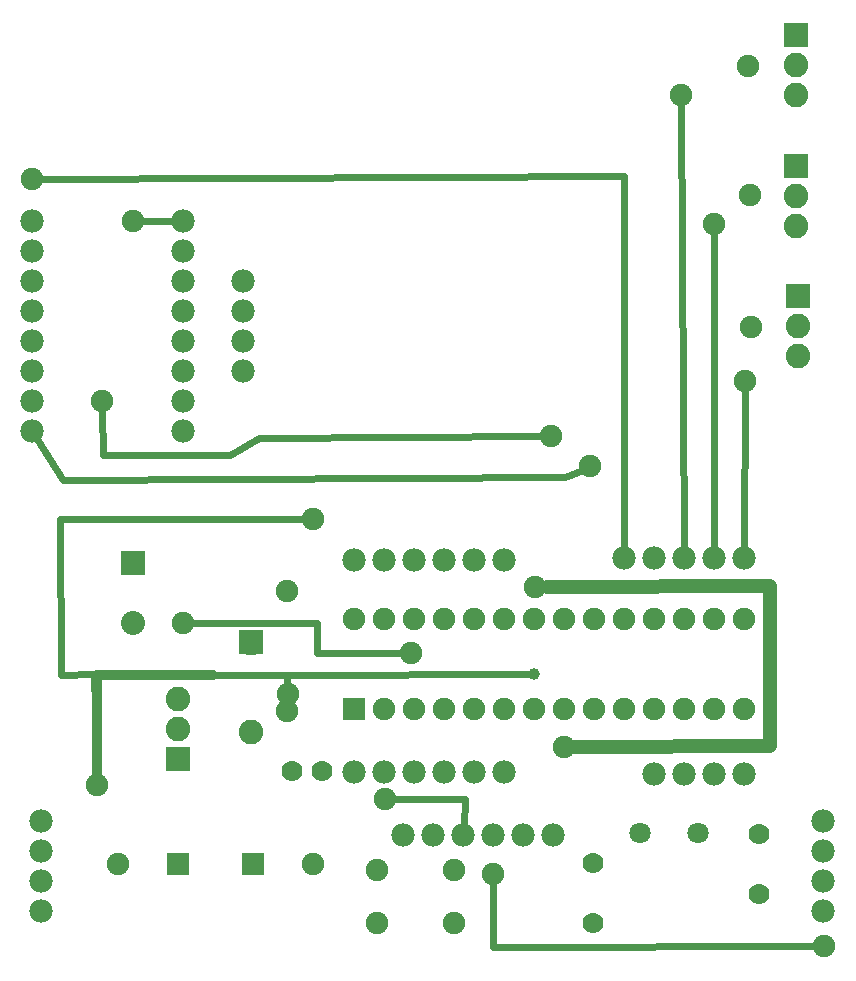
<source format=gtl>
G04 MADE WITH FRITZING*
G04 WWW.FRITZING.ORG*
G04 DOUBLE SIDED*
G04 HOLES PLATED*
G04 CONTOUR ON CENTER OF CONTOUR VECTOR*
%ASAXBY*%
%FSLAX23Y23*%
%MOIN*%
%OFA0B0*%
%SFA1.0B1.0*%
%ADD10C,0.082000*%
%ADD11C,0.075433*%
%ADD12C,0.039370*%
%ADD13C,0.075000*%
%ADD14C,0.070925*%
%ADD15C,0.070866*%
%ADD16C,0.070000*%
%ADD17C,0.080000*%
%ADD18C,0.078000*%
%ADD19R,0.082000X0.082000*%
%ADD20R,0.075000X0.075000*%
%ADD21R,0.080000X0.080000*%
%ADD22C,0.024000*%
%ADD23C,0.032000*%
%ADD24C,0.048000*%
%LNCOPPER1*%
G90*
G70*
G54D10*
X2718Y3102D03*
X2718Y3002D03*
X2718Y2902D03*
X2722Y2232D03*
X2722Y2132D03*
X2722Y2032D03*
X2718Y2667D03*
X2718Y2567D03*
X2718Y2467D03*
G54D11*
X171Y2624D03*
X2031Y1665D03*
X1900Y1767D03*
X2567Y2130D03*
X2563Y2569D03*
X2557Y3001D03*
X507Y2484D03*
X404Y1882D03*
X2333Y2902D03*
X2444Y2472D03*
X2548Y1950D03*
X1107Y1491D03*
X1707Y306D03*
X2811Y65D03*
G54D12*
X1844Y974D03*
G54D13*
X657Y340D03*
X457Y340D03*
X907Y340D03*
X1107Y340D03*
X1321Y319D03*
X1576Y319D03*
X1321Y142D03*
X1576Y142D03*
G54D10*
X900Y1077D03*
X900Y779D03*
X900Y1077D03*
X900Y779D03*
X657Y690D03*
X657Y790D03*
X657Y890D03*
G54D13*
X1020Y1248D03*
X1020Y848D03*
G54D14*
X2390Y443D03*
G54D15*
X2197Y443D03*
G54D16*
X2592Y441D03*
X2592Y241D03*
X1138Y649D03*
X1038Y649D03*
X2041Y142D03*
X2041Y342D03*
G54D17*
X508Y1343D03*
X508Y1143D03*
G54D11*
X672Y1144D03*
X1942Y730D03*
X1345Y555D03*
X1847Y1263D03*
X1433Y1043D03*
G54D18*
X170Y2082D03*
X170Y1982D03*
X170Y1882D03*
X170Y1782D03*
X672Y2482D03*
X672Y2382D03*
X672Y2282D03*
X672Y2182D03*
X872Y2282D03*
X872Y2182D03*
X872Y2082D03*
X872Y1982D03*
X672Y2082D03*
X672Y1982D03*
X672Y1882D03*
X672Y1782D03*
G54D13*
X1244Y855D03*
X1244Y1155D03*
X1344Y855D03*
X1344Y1155D03*
X1444Y855D03*
X1444Y1155D03*
X1544Y855D03*
X1544Y1155D03*
X1644Y855D03*
X1644Y1155D03*
X1744Y855D03*
X1744Y1155D03*
X1844Y855D03*
X1844Y1155D03*
X1944Y855D03*
X1944Y1155D03*
X2044Y855D03*
X2044Y1155D03*
X2144Y855D03*
X2144Y1155D03*
X2244Y855D03*
X2244Y1155D03*
X2344Y855D03*
X2344Y1155D03*
X2444Y855D03*
X2444Y1155D03*
X2544Y855D03*
X2544Y1155D03*
G54D18*
X1408Y437D03*
X1508Y437D03*
X1608Y437D03*
X1708Y437D03*
X1808Y437D03*
X1908Y437D03*
X1244Y1353D03*
X1344Y1353D03*
X1444Y1353D03*
X1544Y1353D03*
X1644Y1353D03*
X1744Y1353D03*
X2142Y1358D03*
X2242Y1358D03*
X2342Y1358D03*
X2442Y1358D03*
X2542Y1358D03*
X199Y482D03*
X199Y382D03*
X199Y282D03*
X199Y182D03*
X2807Y482D03*
X2807Y382D03*
X2807Y282D03*
X2807Y182D03*
X2243Y641D03*
X2343Y641D03*
X2443Y641D03*
X2543Y641D03*
X1244Y647D03*
X1344Y647D03*
X1444Y647D03*
X1544Y647D03*
X1644Y647D03*
X1744Y647D03*
G54D11*
X388Y604D03*
X1022Y907D03*
G54D18*
X170Y2482D03*
X170Y2382D03*
X170Y2282D03*
X170Y2182D03*
G54D19*
X2718Y3102D03*
X2722Y2232D03*
X2718Y2667D03*
G54D20*
X657Y340D03*
X907Y340D03*
G54D19*
X900Y1078D03*
X900Y1078D03*
X657Y690D03*
G54D21*
X508Y1343D03*
G54D20*
X1244Y855D03*
G54D22*
X829Y1704D02*
X925Y1758D01*
D02*
X404Y1853D02*
X407Y1703D01*
D02*
X407Y1703D02*
X829Y1704D01*
D02*
X925Y1758D02*
X1871Y1767D01*
D02*
X186Y1757D02*
X272Y1621D01*
D02*
X272Y1621D02*
X1948Y1628D01*
D02*
X1948Y1628D02*
X2005Y1654D01*
D02*
X642Y2482D02*
X535Y2484D01*
D02*
X2342Y1388D02*
X2333Y2873D01*
D02*
X2444Y2444D02*
X2442Y1388D01*
D02*
X2548Y1921D02*
X2543Y1388D01*
D02*
X2782Y65D02*
X1707Y62D01*
D02*
X1707Y62D02*
X1707Y277D01*
D02*
X2144Y2632D02*
X2142Y1388D01*
D02*
X200Y2624D02*
X2144Y2632D01*
D02*
X377Y973D02*
X387Y633D01*
D02*
X266Y969D02*
X377Y973D01*
D02*
X262Y1488D02*
X266Y969D01*
D02*
X1078Y1491D02*
X262Y1488D01*
D02*
X1021Y970D02*
X1825Y974D01*
D02*
X1021Y970D02*
X1021Y936D01*
G54D23*
D02*
X388Y969D02*
X772Y971D01*
G54D22*
D02*
X772Y971D02*
X1021Y970D01*
G54D23*
D02*
X388Y638D02*
X388Y969D01*
G54D24*
D02*
X2629Y1265D02*
X1887Y1263D01*
D02*
X2629Y734D02*
X2629Y1265D01*
D02*
X1981Y730D02*
X2629Y734D01*
G54D22*
D02*
X1120Y1144D02*
X1120Y1042D01*
D02*
X701Y1144D02*
X1120Y1144D01*
D02*
X1120Y1042D02*
X1404Y1043D01*
D02*
X1613Y557D02*
X1609Y467D01*
D02*
X1374Y555D02*
X1613Y557D01*
D02*
X1021Y878D02*
X1021Y876D01*
G04 End of Copper1*
M02*
</source>
